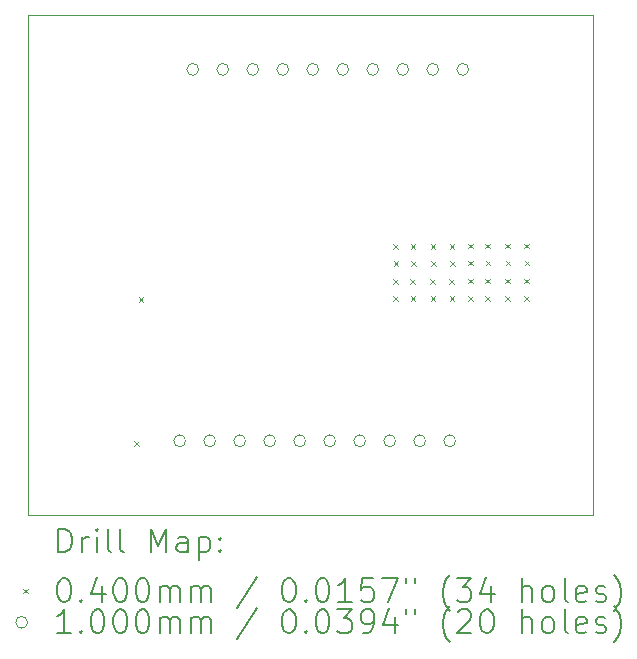
<source format=gbr>
%TF.GenerationSoftware,KiCad,Pcbnew,8.0.2-8.0.2-0~ubuntu20.04.1*%
%TF.CreationDate,2024-06-01T01:08:54-05:00*%
%TF.ProjectId,coral_b2b_breakout,636f7261-6c5f-4623-9262-5f627265616b,rev?*%
%TF.SameCoordinates,Original*%
%TF.FileFunction,Drillmap*%
%TF.FilePolarity,Positive*%
%FSLAX45Y45*%
G04 Gerber Fmt 4.5, Leading zero omitted, Abs format (unit mm)*
G04 Created by KiCad (PCBNEW 8.0.2-8.0.2-0~ubuntu20.04.1) date 2024-06-01 01:08:54*
%MOMM*%
%LPD*%
G01*
G04 APERTURE LIST*
%ADD10C,0.050000*%
%ADD11C,0.200000*%
%ADD12C,0.100000*%
G04 APERTURE END LIST*
D10*
X12875000Y-6247500D02*
X17660000Y-6247500D01*
X17660000Y-10480000D01*
X12875000Y-10480000D01*
X12875000Y-6247500D01*
D11*
D12*
X13775000Y-9855000D02*
X13815000Y-9895000D01*
X13815000Y-9855000D02*
X13775000Y-9895000D01*
X13812500Y-8635000D02*
X13852500Y-8675000D01*
X13852500Y-8635000D02*
X13812500Y-8675000D01*
X15967500Y-8482500D02*
X16007500Y-8522500D01*
X16007500Y-8482500D02*
X15967500Y-8522500D01*
X15970000Y-8185000D02*
X16010000Y-8225000D01*
X16010000Y-8185000D02*
X15970000Y-8225000D01*
X15970000Y-8627500D02*
X16010000Y-8667500D01*
X16010000Y-8627500D02*
X15970000Y-8667500D01*
X15972500Y-8330000D02*
X16012500Y-8370000D01*
X16012500Y-8330000D02*
X15972500Y-8370000D01*
X16112500Y-8482500D02*
X16152500Y-8522500D01*
X16152500Y-8482500D02*
X16112500Y-8522500D01*
X16115000Y-8185000D02*
X16155000Y-8225000D01*
X16155000Y-8185000D02*
X16115000Y-8225000D01*
X16115000Y-8627500D02*
X16155000Y-8667500D01*
X16155000Y-8627500D02*
X16115000Y-8667500D01*
X16117500Y-8330000D02*
X16157500Y-8370000D01*
X16157500Y-8330000D02*
X16117500Y-8370000D01*
X16282500Y-8482500D02*
X16322500Y-8522500D01*
X16322500Y-8482500D02*
X16282500Y-8522500D01*
X16285000Y-8185000D02*
X16325000Y-8225000D01*
X16325000Y-8185000D02*
X16285000Y-8225000D01*
X16285000Y-8627500D02*
X16325000Y-8667500D01*
X16325000Y-8627500D02*
X16285000Y-8667500D01*
X16287500Y-8330000D02*
X16327500Y-8370000D01*
X16327500Y-8330000D02*
X16287500Y-8370000D01*
X16442500Y-8482500D02*
X16482500Y-8522500D01*
X16482500Y-8482500D02*
X16442500Y-8522500D01*
X16445000Y-8185000D02*
X16485000Y-8225000D01*
X16485000Y-8185000D02*
X16445000Y-8225000D01*
X16445000Y-8627500D02*
X16485000Y-8667500D01*
X16485000Y-8627500D02*
X16445000Y-8667500D01*
X16447500Y-8330000D02*
X16487500Y-8370000D01*
X16487500Y-8330000D02*
X16447500Y-8370000D01*
X16600000Y-8477500D02*
X16640000Y-8517500D01*
X16640000Y-8477500D02*
X16600000Y-8517500D01*
X16602500Y-8180000D02*
X16642500Y-8220000D01*
X16642500Y-8180000D02*
X16602500Y-8220000D01*
X16602500Y-8622500D02*
X16642500Y-8662500D01*
X16642500Y-8622500D02*
X16602500Y-8662500D01*
X16605000Y-8325000D02*
X16645000Y-8365000D01*
X16645000Y-8325000D02*
X16605000Y-8365000D01*
X16745000Y-8477500D02*
X16785000Y-8517500D01*
X16785000Y-8477500D02*
X16745000Y-8517500D01*
X16747500Y-8180000D02*
X16787500Y-8220000D01*
X16787500Y-8180000D02*
X16747500Y-8220000D01*
X16747500Y-8622500D02*
X16787500Y-8662500D01*
X16787500Y-8622500D02*
X16747500Y-8662500D01*
X16750000Y-8325000D02*
X16790000Y-8365000D01*
X16790000Y-8325000D02*
X16750000Y-8365000D01*
X16915000Y-8477500D02*
X16955000Y-8517500D01*
X16955000Y-8477500D02*
X16915000Y-8517500D01*
X16917500Y-8180000D02*
X16957500Y-8220000D01*
X16957500Y-8180000D02*
X16917500Y-8220000D01*
X16917500Y-8622500D02*
X16957500Y-8662500D01*
X16957500Y-8622500D02*
X16917500Y-8662500D01*
X16920000Y-8325000D02*
X16960000Y-8365000D01*
X16960000Y-8325000D02*
X16920000Y-8365000D01*
X17075000Y-8477500D02*
X17115000Y-8517500D01*
X17115000Y-8477500D02*
X17075000Y-8517500D01*
X17077500Y-8180000D02*
X17117500Y-8220000D01*
X17117500Y-8180000D02*
X17077500Y-8220000D01*
X17077500Y-8622500D02*
X17117500Y-8662500D01*
X17117500Y-8622500D02*
X17077500Y-8662500D01*
X17080000Y-8325000D02*
X17120000Y-8365000D01*
X17120000Y-8325000D02*
X17080000Y-8365000D01*
X14210000Y-9850000D02*
G75*
G02*
X14110000Y-9850000I-50000J0D01*
G01*
X14110000Y-9850000D02*
G75*
G02*
X14210000Y-9850000I50000J0D01*
G01*
X14321500Y-6705000D02*
G75*
G02*
X14221500Y-6705000I-50000J0D01*
G01*
X14221500Y-6705000D02*
G75*
G02*
X14321500Y-6705000I50000J0D01*
G01*
X14464000Y-9850000D02*
G75*
G02*
X14364000Y-9850000I-50000J0D01*
G01*
X14364000Y-9850000D02*
G75*
G02*
X14464000Y-9850000I50000J0D01*
G01*
X14575500Y-6705000D02*
G75*
G02*
X14475500Y-6705000I-50000J0D01*
G01*
X14475500Y-6705000D02*
G75*
G02*
X14575500Y-6705000I50000J0D01*
G01*
X14718000Y-9850000D02*
G75*
G02*
X14618000Y-9850000I-50000J0D01*
G01*
X14618000Y-9850000D02*
G75*
G02*
X14718000Y-9850000I50000J0D01*
G01*
X14829500Y-6705000D02*
G75*
G02*
X14729500Y-6705000I-50000J0D01*
G01*
X14729500Y-6705000D02*
G75*
G02*
X14829500Y-6705000I50000J0D01*
G01*
X14972000Y-9850000D02*
G75*
G02*
X14872000Y-9850000I-50000J0D01*
G01*
X14872000Y-9850000D02*
G75*
G02*
X14972000Y-9850000I50000J0D01*
G01*
X15083500Y-6705000D02*
G75*
G02*
X14983500Y-6705000I-50000J0D01*
G01*
X14983500Y-6705000D02*
G75*
G02*
X15083500Y-6705000I50000J0D01*
G01*
X15226000Y-9850000D02*
G75*
G02*
X15126000Y-9850000I-50000J0D01*
G01*
X15126000Y-9850000D02*
G75*
G02*
X15226000Y-9850000I50000J0D01*
G01*
X15337500Y-6705000D02*
G75*
G02*
X15237500Y-6705000I-50000J0D01*
G01*
X15237500Y-6705000D02*
G75*
G02*
X15337500Y-6705000I50000J0D01*
G01*
X15480000Y-9850000D02*
G75*
G02*
X15380000Y-9850000I-50000J0D01*
G01*
X15380000Y-9850000D02*
G75*
G02*
X15480000Y-9850000I50000J0D01*
G01*
X15591500Y-6705000D02*
G75*
G02*
X15491500Y-6705000I-50000J0D01*
G01*
X15491500Y-6705000D02*
G75*
G02*
X15591500Y-6705000I50000J0D01*
G01*
X15734000Y-9850000D02*
G75*
G02*
X15634000Y-9850000I-50000J0D01*
G01*
X15634000Y-9850000D02*
G75*
G02*
X15734000Y-9850000I50000J0D01*
G01*
X15845500Y-6705000D02*
G75*
G02*
X15745500Y-6705000I-50000J0D01*
G01*
X15745500Y-6705000D02*
G75*
G02*
X15845500Y-6705000I50000J0D01*
G01*
X15988000Y-9850000D02*
G75*
G02*
X15888000Y-9850000I-50000J0D01*
G01*
X15888000Y-9850000D02*
G75*
G02*
X15988000Y-9850000I50000J0D01*
G01*
X16099500Y-6705000D02*
G75*
G02*
X15999500Y-6705000I-50000J0D01*
G01*
X15999500Y-6705000D02*
G75*
G02*
X16099500Y-6705000I50000J0D01*
G01*
X16242000Y-9850000D02*
G75*
G02*
X16142000Y-9850000I-50000J0D01*
G01*
X16142000Y-9850000D02*
G75*
G02*
X16242000Y-9850000I50000J0D01*
G01*
X16353500Y-6705000D02*
G75*
G02*
X16253500Y-6705000I-50000J0D01*
G01*
X16253500Y-6705000D02*
G75*
G02*
X16353500Y-6705000I50000J0D01*
G01*
X16496000Y-9850000D02*
G75*
G02*
X16396000Y-9850000I-50000J0D01*
G01*
X16396000Y-9850000D02*
G75*
G02*
X16496000Y-9850000I50000J0D01*
G01*
X16607500Y-6705000D02*
G75*
G02*
X16507500Y-6705000I-50000J0D01*
G01*
X16507500Y-6705000D02*
G75*
G02*
X16607500Y-6705000I50000J0D01*
G01*
D11*
X13133277Y-10793984D02*
X13133277Y-10593984D01*
X13133277Y-10593984D02*
X13180896Y-10593984D01*
X13180896Y-10593984D02*
X13209467Y-10603508D01*
X13209467Y-10603508D02*
X13228515Y-10622555D01*
X13228515Y-10622555D02*
X13238039Y-10641603D01*
X13238039Y-10641603D02*
X13247562Y-10679698D01*
X13247562Y-10679698D02*
X13247562Y-10708270D01*
X13247562Y-10708270D02*
X13238039Y-10746365D01*
X13238039Y-10746365D02*
X13228515Y-10765412D01*
X13228515Y-10765412D02*
X13209467Y-10784460D01*
X13209467Y-10784460D02*
X13180896Y-10793984D01*
X13180896Y-10793984D02*
X13133277Y-10793984D01*
X13333277Y-10793984D02*
X13333277Y-10660650D01*
X13333277Y-10698746D02*
X13342801Y-10679698D01*
X13342801Y-10679698D02*
X13352324Y-10670174D01*
X13352324Y-10670174D02*
X13371372Y-10660650D01*
X13371372Y-10660650D02*
X13390420Y-10660650D01*
X13457086Y-10793984D02*
X13457086Y-10660650D01*
X13457086Y-10593984D02*
X13447562Y-10603508D01*
X13447562Y-10603508D02*
X13457086Y-10613031D01*
X13457086Y-10613031D02*
X13466610Y-10603508D01*
X13466610Y-10603508D02*
X13457086Y-10593984D01*
X13457086Y-10593984D02*
X13457086Y-10613031D01*
X13580896Y-10793984D02*
X13561848Y-10784460D01*
X13561848Y-10784460D02*
X13552324Y-10765412D01*
X13552324Y-10765412D02*
X13552324Y-10593984D01*
X13685658Y-10793984D02*
X13666610Y-10784460D01*
X13666610Y-10784460D02*
X13657086Y-10765412D01*
X13657086Y-10765412D02*
X13657086Y-10593984D01*
X13914229Y-10793984D02*
X13914229Y-10593984D01*
X13914229Y-10593984D02*
X13980896Y-10736841D01*
X13980896Y-10736841D02*
X14047562Y-10593984D01*
X14047562Y-10593984D02*
X14047562Y-10793984D01*
X14228515Y-10793984D02*
X14228515Y-10689222D01*
X14228515Y-10689222D02*
X14218991Y-10670174D01*
X14218991Y-10670174D02*
X14199943Y-10660650D01*
X14199943Y-10660650D02*
X14161848Y-10660650D01*
X14161848Y-10660650D02*
X14142801Y-10670174D01*
X14228515Y-10784460D02*
X14209467Y-10793984D01*
X14209467Y-10793984D02*
X14161848Y-10793984D01*
X14161848Y-10793984D02*
X14142801Y-10784460D01*
X14142801Y-10784460D02*
X14133277Y-10765412D01*
X14133277Y-10765412D02*
X14133277Y-10746365D01*
X14133277Y-10746365D02*
X14142801Y-10727317D01*
X14142801Y-10727317D02*
X14161848Y-10717793D01*
X14161848Y-10717793D02*
X14209467Y-10717793D01*
X14209467Y-10717793D02*
X14228515Y-10708270D01*
X14323753Y-10660650D02*
X14323753Y-10860650D01*
X14323753Y-10670174D02*
X14342801Y-10660650D01*
X14342801Y-10660650D02*
X14380896Y-10660650D01*
X14380896Y-10660650D02*
X14399943Y-10670174D01*
X14399943Y-10670174D02*
X14409467Y-10679698D01*
X14409467Y-10679698D02*
X14418991Y-10698746D01*
X14418991Y-10698746D02*
X14418991Y-10755889D01*
X14418991Y-10755889D02*
X14409467Y-10774936D01*
X14409467Y-10774936D02*
X14399943Y-10784460D01*
X14399943Y-10784460D02*
X14380896Y-10793984D01*
X14380896Y-10793984D02*
X14342801Y-10793984D01*
X14342801Y-10793984D02*
X14323753Y-10784460D01*
X14504705Y-10774936D02*
X14514229Y-10784460D01*
X14514229Y-10784460D02*
X14504705Y-10793984D01*
X14504705Y-10793984D02*
X14495182Y-10784460D01*
X14495182Y-10784460D02*
X14504705Y-10774936D01*
X14504705Y-10774936D02*
X14504705Y-10793984D01*
X14504705Y-10670174D02*
X14514229Y-10679698D01*
X14514229Y-10679698D02*
X14504705Y-10689222D01*
X14504705Y-10689222D02*
X14495182Y-10679698D01*
X14495182Y-10679698D02*
X14504705Y-10670174D01*
X14504705Y-10670174D02*
X14504705Y-10689222D01*
D12*
X12832500Y-11102500D02*
X12872500Y-11142500D01*
X12872500Y-11102500D02*
X12832500Y-11142500D01*
D11*
X13171372Y-11013984D02*
X13190420Y-11013984D01*
X13190420Y-11013984D02*
X13209467Y-11023508D01*
X13209467Y-11023508D02*
X13218991Y-11033031D01*
X13218991Y-11033031D02*
X13228515Y-11052079D01*
X13228515Y-11052079D02*
X13238039Y-11090174D01*
X13238039Y-11090174D02*
X13238039Y-11137793D01*
X13238039Y-11137793D02*
X13228515Y-11175889D01*
X13228515Y-11175889D02*
X13218991Y-11194936D01*
X13218991Y-11194936D02*
X13209467Y-11204460D01*
X13209467Y-11204460D02*
X13190420Y-11213984D01*
X13190420Y-11213984D02*
X13171372Y-11213984D01*
X13171372Y-11213984D02*
X13152324Y-11204460D01*
X13152324Y-11204460D02*
X13142801Y-11194936D01*
X13142801Y-11194936D02*
X13133277Y-11175889D01*
X13133277Y-11175889D02*
X13123753Y-11137793D01*
X13123753Y-11137793D02*
X13123753Y-11090174D01*
X13123753Y-11090174D02*
X13133277Y-11052079D01*
X13133277Y-11052079D02*
X13142801Y-11033031D01*
X13142801Y-11033031D02*
X13152324Y-11023508D01*
X13152324Y-11023508D02*
X13171372Y-11013984D01*
X13323753Y-11194936D02*
X13333277Y-11204460D01*
X13333277Y-11204460D02*
X13323753Y-11213984D01*
X13323753Y-11213984D02*
X13314229Y-11204460D01*
X13314229Y-11204460D02*
X13323753Y-11194936D01*
X13323753Y-11194936D02*
X13323753Y-11213984D01*
X13504705Y-11080650D02*
X13504705Y-11213984D01*
X13457086Y-11004460D02*
X13409467Y-11147317D01*
X13409467Y-11147317D02*
X13533277Y-11147317D01*
X13647562Y-11013984D02*
X13666610Y-11013984D01*
X13666610Y-11013984D02*
X13685658Y-11023508D01*
X13685658Y-11023508D02*
X13695182Y-11033031D01*
X13695182Y-11033031D02*
X13704705Y-11052079D01*
X13704705Y-11052079D02*
X13714229Y-11090174D01*
X13714229Y-11090174D02*
X13714229Y-11137793D01*
X13714229Y-11137793D02*
X13704705Y-11175889D01*
X13704705Y-11175889D02*
X13695182Y-11194936D01*
X13695182Y-11194936D02*
X13685658Y-11204460D01*
X13685658Y-11204460D02*
X13666610Y-11213984D01*
X13666610Y-11213984D02*
X13647562Y-11213984D01*
X13647562Y-11213984D02*
X13628515Y-11204460D01*
X13628515Y-11204460D02*
X13618991Y-11194936D01*
X13618991Y-11194936D02*
X13609467Y-11175889D01*
X13609467Y-11175889D02*
X13599943Y-11137793D01*
X13599943Y-11137793D02*
X13599943Y-11090174D01*
X13599943Y-11090174D02*
X13609467Y-11052079D01*
X13609467Y-11052079D02*
X13618991Y-11033031D01*
X13618991Y-11033031D02*
X13628515Y-11023508D01*
X13628515Y-11023508D02*
X13647562Y-11013984D01*
X13838039Y-11013984D02*
X13857086Y-11013984D01*
X13857086Y-11013984D02*
X13876134Y-11023508D01*
X13876134Y-11023508D02*
X13885658Y-11033031D01*
X13885658Y-11033031D02*
X13895182Y-11052079D01*
X13895182Y-11052079D02*
X13904705Y-11090174D01*
X13904705Y-11090174D02*
X13904705Y-11137793D01*
X13904705Y-11137793D02*
X13895182Y-11175889D01*
X13895182Y-11175889D02*
X13885658Y-11194936D01*
X13885658Y-11194936D02*
X13876134Y-11204460D01*
X13876134Y-11204460D02*
X13857086Y-11213984D01*
X13857086Y-11213984D02*
X13838039Y-11213984D01*
X13838039Y-11213984D02*
X13818991Y-11204460D01*
X13818991Y-11204460D02*
X13809467Y-11194936D01*
X13809467Y-11194936D02*
X13799943Y-11175889D01*
X13799943Y-11175889D02*
X13790420Y-11137793D01*
X13790420Y-11137793D02*
X13790420Y-11090174D01*
X13790420Y-11090174D02*
X13799943Y-11052079D01*
X13799943Y-11052079D02*
X13809467Y-11033031D01*
X13809467Y-11033031D02*
X13818991Y-11023508D01*
X13818991Y-11023508D02*
X13838039Y-11013984D01*
X13990420Y-11213984D02*
X13990420Y-11080650D01*
X13990420Y-11099698D02*
X13999943Y-11090174D01*
X13999943Y-11090174D02*
X14018991Y-11080650D01*
X14018991Y-11080650D02*
X14047563Y-11080650D01*
X14047563Y-11080650D02*
X14066610Y-11090174D01*
X14066610Y-11090174D02*
X14076134Y-11109222D01*
X14076134Y-11109222D02*
X14076134Y-11213984D01*
X14076134Y-11109222D02*
X14085658Y-11090174D01*
X14085658Y-11090174D02*
X14104705Y-11080650D01*
X14104705Y-11080650D02*
X14133277Y-11080650D01*
X14133277Y-11080650D02*
X14152324Y-11090174D01*
X14152324Y-11090174D02*
X14161848Y-11109222D01*
X14161848Y-11109222D02*
X14161848Y-11213984D01*
X14257086Y-11213984D02*
X14257086Y-11080650D01*
X14257086Y-11099698D02*
X14266610Y-11090174D01*
X14266610Y-11090174D02*
X14285658Y-11080650D01*
X14285658Y-11080650D02*
X14314229Y-11080650D01*
X14314229Y-11080650D02*
X14333277Y-11090174D01*
X14333277Y-11090174D02*
X14342801Y-11109222D01*
X14342801Y-11109222D02*
X14342801Y-11213984D01*
X14342801Y-11109222D02*
X14352324Y-11090174D01*
X14352324Y-11090174D02*
X14371372Y-11080650D01*
X14371372Y-11080650D02*
X14399943Y-11080650D01*
X14399943Y-11080650D02*
X14418991Y-11090174D01*
X14418991Y-11090174D02*
X14428515Y-11109222D01*
X14428515Y-11109222D02*
X14428515Y-11213984D01*
X14818991Y-11004460D02*
X14647563Y-11261603D01*
X15076134Y-11013984D02*
X15095182Y-11013984D01*
X15095182Y-11013984D02*
X15114229Y-11023508D01*
X15114229Y-11023508D02*
X15123753Y-11033031D01*
X15123753Y-11033031D02*
X15133277Y-11052079D01*
X15133277Y-11052079D02*
X15142801Y-11090174D01*
X15142801Y-11090174D02*
X15142801Y-11137793D01*
X15142801Y-11137793D02*
X15133277Y-11175889D01*
X15133277Y-11175889D02*
X15123753Y-11194936D01*
X15123753Y-11194936D02*
X15114229Y-11204460D01*
X15114229Y-11204460D02*
X15095182Y-11213984D01*
X15095182Y-11213984D02*
X15076134Y-11213984D01*
X15076134Y-11213984D02*
X15057086Y-11204460D01*
X15057086Y-11204460D02*
X15047563Y-11194936D01*
X15047563Y-11194936D02*
X15038039Y-11175889D01*
X15038039Y-11175889D02*
X15028515Y-11137793D01*
X15028515Y-11137793D02*
X15028515Y-11090174D01*
X15028515Y-11090174D02*
X15038039Y-11052079D01*
X15038039Y-11052079D02*
X15047563Y-11033031D01*
X15047563Y-11033031D02*
X15057086Y-11023508D01*
X15057086Y-11023508D02*
X15076134Y-11013984D01*
X15228515Y-11194936D02*
X15238039Y-11204460D01*
X15238039Y-11204460D02*
X15228515Y-11213984D01*
X15228515Y-11213984D02*
X15218991Y-11204460D01*
X15218991Y-11204460D02*
X15228515Y-11194936D01*
X15228515Y-11194936D02*
X15228515Y-11213984D01*
X15361848Y-11013984D02*
X15380896Y-11013984D01*
X15380896Y-11013984D02*
X15399944Y-11023508D01*
X15399944Y-11023508D02*
X15409467Y-11033031D01*
X15409467Y-11033031D02*
X15418991Y-11052079D01*
X15418991Y-11052079D02*
X15428515Y-11090174D01*
X15428515Y-11090174D02*
X15428515Y-11137793D01*
X15428515Y-11137793D02*
X15418991Y-11175889D01*
X15418991Y-11175889D02*
X15409467Y-11194936D01*
X15409467Y-11194936D02*
X15399944Y-11204460D01*
X15399944Y-11204460D02*
X15380896Y-11213984D01*
X15380896Y-11213984D02*
X15361848Y-11213984D01*
X15361848Y-11213984D02*
X15342801Y-11204460D01*
X15342801Y-11204460D02*
X15333277Y-11194936D01*
X15333277Y-11194936D02*
X15323753Y-11175889D01*
X15323753Y-11175889D02*
X15314229Y-11137793D01*
X15314229Y-11137793D02*
X15314229Y-11090174D01*
X15314229Y-11090174D02*
X15323753Y-11052079D01*
X15323753Y-11052079D02*
X15333277Y-11033031D01*
X15333277Y-11033031D02*
X15342801Y-11023508D01*
X15342801Y-11023508D02*
X15361848Y-11013984D01*
X15618991Y-11213984D02*
X15504706Y-11213984D01*
X15561848Y-11213984D02*
X15561848Y-11013984D01*
X15561848Y-11013984D02*
X15542801Y-11042555D01*
X15542801Y-11042555D02*
X15523753Y-11061603D01*
X15523753Y-11061603D02*
X15504706Y-11071127D01*
X15799944Y-11013984D02*
X15704706Y-11013984D01*
X15704706Y-11013984D02*
X15695182Y-11109222D01*
X15695182Y-11109222D02*
X15704706Y-11099698D01*
X15704706Y-11099698D02*
X15723753Y-11090174D01*
X15723753Y-11090174D02*
X15771372Y-11090174D01*
X15771372Y-11090174D02*
X15790420Y-11099698D01*
X15790420Y-11099698D02*
X15799944Y-11109222D01*
X15799944Y-11109222D02*
X15809467Y-11128270D01*
X15809467Y-11128270D02*
X15809467Y-11175889D01*
X15809467Y-11175889D02*
X15799944Y-11194936D01*
X15799944Y-11194936D02*
X15790420Y-11204460D01*
X15790420Y-11204460D02*
X15771372Y-11213984D01*
X15771372Y-11213984D02*
X15723753Y-11213984D01*
X15723753Y-11213984D02*
X15704706Y-11204460D01*
X15704706Y-11204460D02*
X15695182Y-11194936D01*
X15876134Y-11013984D02*
X16009467Y-11013984D01*
X16009467Y-11013984D02*
X15923753Y-11213984D01*
X16076134Y-11013984D02*
X16076134Y-11052079D01*
X16152325Y-11013984D02*
X16152325Y-11052079D01*
X16447563Y-11290174D02*
X16438039Y-11280650D01*
X16438039Y-11280650D02*
X16418991Y-11252079D01*
X16418991Y-11252079D02*
X16409468Y-11233031D01*
X16409468Y-11233031D02*
X16399944Y-11204460D01*
X16399944Y-11204460D02*
X16390420Y-11156841D01*
X16390420Y-11156841D02*
X16390420Y-11118746D01*
X16390420Y-11118746D02*
X16399944Y-11071127D01*
X16399944Y-11071127D02*
X16409468Y-11042555D01*
X16409468Y-11042555D02*
X16418991Y-11023508D01*
X16418991Y-11023508D02*
X16438039Y-10994936D01*
X16438039Y-10994936D02*
X16447563Y-10985412D01*
X16504706Y-11013984D02*
X16628515Y-11013984D01*
X16628515Y-11013984D02*
X16561848Y-11090174D01*
X16561848Y-11090174D02*
X16590420Y-11090174D01*
X16590420Y-11090174D02*
X16609468Y-11099698D01*
X16609468Y-11099698D02*
X16618991Y-11109222D01*
X16618991Y-11109222D02*
X16628515Y-11128270D01*
X16628515Y-11128270D02*
X16628515Y-11175889D01*
X16628515Y-11175889D02*
X16618991Y-11194936D01*
X16618991Y-11194936D02*
X16609468Y-11204460D01*
X16609468Y-11204460D02*
X16590420Y-11213984D01*
X16590420Y-11213984D02*
X16533277Y-11213984D01*
X16533277Y-11213984D02*
X16514229Y-11204460D01*
X16514229Y-11204460D02*
X16504706Y-11194936D01*
X16799944Y-11080650D02*
X16799944Y-11213984D01*
X16752325Y-11004460D02*
X16704706Y-11147317D01*
X16704706Y-11147317D02*
X16828515Y-11147317D01*
X17057087Y-11213984D02*
X17057087Y-11013984D01*
X17142801Y-11213984D02*
X17142801Y-11109222D01*
X17142801Y-11109222D02*
X17133277Y-11090174D01*
X17133277Y-11090174D02*
X17114230Y-11080650D01*
X17114230Y-11080650D02*
X17085658Y-11080650D01*
X17085658Y-11080650D02*
X17066611Y-11090174D01*
X17066611Y-11090174D02*
X17057087Y-11099698D01*
X17266611Y-11213984D02*
X17247563Y-11204460D01*
X17247563Y-11204460D02*
X17238039Y-11194936D01*
X17238039Y-11194936D02*
X17228515Y-11175889D01*
X17228515Y-11175889D02*
X17228515Y-11118746D01*
X17228515Y-11118746D02*
X17238039Y-11099698D01*
X17238039Y-11099698D02*
X17247563Y-11090174D01*
X17247563Y-11090174D02*
X17266611Y-11080650D01*
X17266611Y-11080650D02*
X17295182Y-11080650D01*
X17295182Y-11080650D02*
X17314230Y-11090174D01*
X17314230Y-11090174D02*
X17323753Y-11099698D01*
X17323753Y-11099698D02*
X17333277Y-11118746D01*
X17333277Y-11118746D02*
X17333277Y-11175889D01*
X17333277Y-11175889D02*
X17323753Y-11194936D01*
X17323753Y-11194936D02*
X17314230Y-11204460D01*
X17314230Y-11204460D02*
X17295182Y-11213984D01*
X17295182Y-11213984D02*
X17266611Y-11213984D01*
X17447563Y-11213984D02*
X17428515Y-11204460D01*
X17428515Y-11204460D02*
X17418992Y-11185412D01*
X17418992Y-11185412D02*
X17418992Y-11013984D01*
X17599944Y-11204460D02*
X17580896Y-11213984D01*
X17580896Y-11213984D02*
X17542801Y-11213984D01*
X17542801Y-11213984D02*
X17523753Y-11204460D01*
X17523753Y-11204460D02*
X17514230Y-11185412D01*
X17514230Y-11185412D02*
X17514230Y-11109222D01*
X17514230Y-11109222D02*
X17523753Y-11090174D01*
X17523753Y-11090174D02*
X17542801Y-11080650D01*
X17542801Y-11080650D02*
X17580896Y-11080650D01*
X17580896Y-11080650D02*
X17599944Y-11090174D01*
X17599944Y-11090174D02*
X17609468Y-11109222D01*
X17609468Y-11109222D02*
X17609468Y-11128270D01*
X17609468Y-11128270D02*
X17514230Y-11147317D01*
X17685658Y-11204460D02*
X17704706Y-11213984D01*
X17704706Y-11213984D02*
X17742801Y-11213984D01*
X17742801Y-11213984D02*
X17761849Y-11204460D01*
X17761849Y-11204460D02*
X17771373Y-11185412D01*
X17771373Y-11185412D02*
X17771373Y-11175889D01*
X17771373Y-11175889D02*
X17761849Y-11156841D01*
X17761849Y-11156841D02*
X17742801Y-11147317D01*
X17742801Y-11147317D02*
X17714230Y-11147317D01*
X17714230Y-11147317D02*
X17695182Y-11137793D01*
X17695182Y-11137793D02*
X17685658Y-11118746D01*
X17685658Y-11118746D02*
X17685658Y-11109222D01*
X17685658Y-11109222D02*
X17695182Y-11090174D01*
X17695182Y-11090174D02*
X17714230Y-11080650D01*
X17714230Y-11080650D02*
X17742801Y-11080650D01*
X17742801Y-11080650D02*
X17761849Y-11090174D01*
X17838039Y-11290174D02*
X17847563Y-11280650D01*
X17847563Y-11280650D02*
X17866611Y-11252079D01*
X17866611Y-11252079D02*
X17876134Y-11233031D01*
X17876134Y-11233031D02*
X17885658Y-11204460D01*
X17885658Y-11204460D02*
X17895182Y-11156841D01*
X17895182Y-11156841D02*
X17895182Y-11118746D01*
X17895182Y-11118746D02*
X17885658Y-11071127D01*
X17885658Y-11071127D02*
X17876134Y-11042555D01*
X17876134Y-11042555D02*
X17866611Y-11023508D01*
X17866611Y-11023508D02*
X17847563Y-10994936D01*
X17847563Y-10994936D02*
X17838039Y-10985412D01*
D12*
X12872500Y-11386500D02*
G75*
G02*
X12772500Y-11386500I-50000J0D01*
G01*
X12772500Y-11386500D02*
G75*
G02*
X12872500Y-11386500I50000J0D01*
G01*
D11*
X13238039Y-11477984D02*
X13123753Y-11477984D01*
X13180896Y-11477984D02*
X13180896Y-11277984D01*
X13180896Y-11277984D02*
X13161848Y-11306555D01*
X13161848Y-11306555D02*
X13142801Y-11325603D01*
X13142801Y-11325603D02*
X13123753Y-11335127D01*
X13323753Y-11458936D02*
X13333277Y-11468460D01*
X13333277Y-11468460D02*
X13323753Y-11477984D01*
X13323753Y-11477984D02*
X13314229Y-11468460D01*
X13314229Y-11468460D02*
X13323753Y-11458936D01*
X13323753Y-11458936D02*
X13323753Y-11477984D01*
X13457086Y-11277984D02*
X13476134Y-11277984D01*
X13476134Y-11277984D02*
X13495182Y-11287508D01*
X13495182Y-11287508D02*
X13504705Y-11297031D01*
X13504705Y-11297031D02*
X13514229Y-11316079D01*
X13514229Y-11316079D02*
X13523753Y-11354174D01*
X13523753Y-11354174D02*
X13523753Y-11401793D01*
X13523753Y-11401793D02*
X13514229Y-11439888D01*
X13514229Y-11439888D02*
X13504705Y-11458936D01*
X13504705Y-11458936D02*
X13495182Y-11468460D01*
X13495182Y-11468460D02*
X13476134Y-11477984D01*
X13476134Y-11477984D02*
X13457086Y-11477984D01*
X13457086Y-11477984D02*
X13438039Y-11468460D01*
X13438039Y-11468460D02*
X13428515Y-11458936D01*
X13428515Y-11458936D02*
X13418991Y-11439888D01*
X13418991Y-11439888D02*
X13409467Y-11401793D01*
X13409467Y-11401793D02*
X13409467Y-11354174D01*
X13409467Y-11354174D02*
X13418991Y-11316079D01*
X13418991Y-11316079D02*
X13428515Y-11297031D01*
X13428515Y-11297031D02*
X13438039Y-11287508D01*
X13438039Y-11287508D02*
X13457086Y-11277984D01*
X13647562Y-11277984D02*
X13666610Y-11277984D01*
X13666610Y-11277984D02*
X13685658Y-11287508D01*
X13685658Y-11287508D02*
X13695182Y-11297031D01*
X13695182Y-11297031D02*
X13704705Y-11316079D01*
X13704705Y-11316079D02*
X13714229Y-11354174D01*
X13714229Y-11354174D02*
X13714229Y-11401793D01*
X13714229Y-11401793D02*
X13704705Y-11439888D01*
X13704705Y-11439888D02*
X13695182Y-11458936D01*
X13695182Y-11458936D02*
X13685658Y-11468460D01*
X13685658Y-11468460D02*
X13666610Y-11477984D01*
X13666610Y-11477984D02*
X13647562Y-11477984D01*
X13647562Y-11477984D02*
X13628515Y-11468460D01*
X13628515Y-11468460D02*
X13618991Y-11458936D01*
X13618991Y-11458936D02*
X13609467Y-11439888D01*
X13609467Y-11439888D02*
X13599943Y-11401793D01*
X13599943Y-11401793D02*
X13599943Y-11354174D01*
X13599943Y-11354174D02*
X13609467Y-11316079D01*
X13609467Y-11316079D02*
X13618991Y-11297031D01*
X13618991Y-11297031D02*
X13628515Y-11287508D01*
X13628515Y-11287508D02*
X13647562Y-11277984D01*
X13838039Y-11277984D02*
X13857086Y-11277984D01*
X13857086Y-11277984D02*
X13876134Y-11287508D01*
X13876134Y-11287508D02*
X13885658Y-11297031D01*
X13885658Y-11297031D02*
X13895182Y-11316079D01*
X13895182Y-11316079D02*
X13904705Y-11354174D01*
X13904705Y-11354174D02*
X13904705Y-11401793D01*
X13904705Y-11401793D02*
X13895182Y-11439888D01*
X13895182Y-11439888D02*
X13885658Y-11458936D01*
X13885658Y-11458936D02*
X13876134Y-11468460D01*
X13876134Y-11468460D02*
X13857086Y-11477984D01*
X13857086Y-11477984D02*
X13838039Y-11477984D01*
X13838039Y-11477984D02*
X13818991Y-11468460D01*
X13818991Y-11468460D02*
X13809467Y-11458936D01*
X13809467Y-11458936D02*
X13799943Y-11439888D01*
X13799943Y-11439888D02*
X13790420Y-11401793D01*
X13790420Y-11401793D02*
X13790420Y-11354174D01*
X13790420Y-11354174D02*
X13799943Y-11316079D01*
X13799943Y-11316079D02*
X13809467Y-11297031D01*
X13809467Y-11297031D02*
X13818991Y-11287508D01*
X13818991Y-11287508D02*
X13838039Y-11277984D01*
X13990420Y-11477984D02*
X13990420Y-11344650D01*
X13990420Y-11363698D02*
X13999943Y-11354174D01*
X13999943Y-11354174D02*
X14018991Y-11344650D01*
X14018991Y-11344650D02*
X14047563Y-11344650D01*
X14047563Y-11344650D02*
X14066610Y-11354174D01*
X14066610Y-11354174D02*
X14076134Y-11373222D01*
X14076134Y-11373222D02*
X14076134Y-11477984D01*
X14076134Y-11373222D02*
X14085658Y-11354174D01*
X14085658Y-11354174D02*
X14104705Y-11344650D01*
X14104705Y-11344650D02*
X14133277Y-11344650D01*
X14133277Y-11344650D02*
X14152324Y-11354174D01*
X14152324Y-11354174D02*
X14161848Y-11373222D01*
X14161848Y-11373222D02*
X14161848Y-11477984D01*
X14257086Y-11477984D02*
X14257086Y-11344650D01*
X14257086Y-11363698D02*
X14266610Y-11354174D01*
X14266610Y-11354174D02*
X14285658Y-11344650D01*
X14285658Y-11344650D02*
X14314229Y-11344650D01*
X14314229Y-11344650D02*
X14333277Y-11354174D01*
X14333277Y-11354174D02*
X14342801Y-11373222D01*
X14342801Y-11373222D02*
X14342801Y-11477984D01*
X14342801Y-11373222D02*
X14352324Y-11354174D01*
X14352324Y-11354174D02*
X14371372Y-11344650D01*
X14371372Y-11344650D02*
X14399943Y-11344650D01*
X14399943Y-11344650D02*
X14418991Y-11354174D01*
X14418991Y-11354174D02*
X14428515Y-11373222D01*
X14428515Y-11373222D02*
X14428515Y-11477984D01*
X14818991Y-11268460D02*
X14647563Y-11525603D01*
X15076134Y-11277984D02*
X15095182Y-11277984D01*
X15095182Y-11277984D02*
X15114229Y-11287508D01*
X15114229Y-11287508D02*
X15123753Y-11297031D01*
X15123753Y-11297031D02*
X15133277Y-11316079D01*
X15133277Y-11316079D02*
X15142801Y-11354174D01*
X15142801Y-11354174D02*
X15142801Y-11401793D01*
X15142801Y-11401793D02*
X15133277Y-11439888D01*
X15133277Y-11439888D02*
X15123753Y-11458936D01*
X15123753Y-11458936D02*
X15114229Y-11468460D01*
X15114229Y-11468460D02*
X15095182Y-11477984D01*
X15095182Y-11477984D02*
X15076134Y-11477984D01*
X15076134Y-11477984D02*
X15057086Y-11468460D01*
X15057086Y-11468460D02*
X15047563Y-11458936D01*
X15047563Y-11458936D02*
X15038039Y-11439888D01*
X15038039Y-11439888D02*
X15028515Y-11401793D01*
X15028515Y-11401793D02*
X15028515Y-11354174D01*
X15028515Y-11354174D02*
X15038039Y-11316079D01*
X15038039Y-11316079D02*
X15047563Y-11297031D01*
X15047563Y-11297031D02*
X15057086Y-11287508D01*
X15057086Y-11287508D02*
X15076134Y-11277984D01*
X15228515Y-11458936D02*
X15238039Y-11468460D01*
X15238039Y-11468460D02*
X15228515Y-11477984D01*
X15228515Y-11477984D02*
X15218991Y-11468460D01*
X15218991Y-11468460D02*
X15228515Y-11458936D01*
X15228515Y-11458936D02*
X15228515Y-11477984D01*
X15361848Y-11277984D02*
X15380896Y-11277984D01*
X15380896Y-11277984D02*
X15399944Y-11287508D01*
X15399944Y-11287508D02*
X15409467Y-11297031D01*
X15409467Y-11297031D02*
X15418991Y-11316079D01*
X15418991Y-11316079D02*
X15428515Y-11354174D01*
X15428515Y-11354174D02*
X15428515Y-11401793D01*
X15428515Y-11401793D02*
X15418991Y-11439888D01*
X15418991Y-11439888D02*
X15409467Y-11458936D01*
X15409467Y-11458936D02*
X15399944Y-11468460D01*
X15399944Y-11468460D02*
X15380896Y-11477984D01*
X15380896Y-11477984D02*
X15361848Y-11477984D01*
X15361848Y-11477984D02*
X15342801Y-11468460D01*
X15342801Y-11468460D02*
X15333277Y-11458936D01*
X15333277Y-11458936D02*
X15323753Y-11439888D01*
X15323753Y-11439888D02*
X15314229Y-11401793D01*
X15314229Y-11401793D02*
X15314229Y-11354174D01*
X15314229Y-11354174D02*
X15323753Y-11316079D01*
X15323753Y-11316079D02*
X15333277Y-11297031D01*
X15333277Y-11297031D02*
X15342801Y-11287508D01*
X15342801Y-11287508D02*
X15361848Y-11277984D01*
X15495182Y-11277984D02*
X15618991Y-11277984D01*
X15618991Y-11277984D02*
X15552325Y-11354174D01*
X15552325Y-11354174D02*
X15580896Y-11354174D01*
X15580896Y-11354174D02*
X15599944Y-11363698D01*
X15599944Y-11363698D02*
X15609467Y-11373222D01*
X15609467Y-11373222D02*
X15618991Y-11392269D01*
X15618991Y-11392269D02*
X15618991Y-11439888D01*
X15618991Y-11439888D02*
X15609467Y-11458936D01*
X15609467Y-11458936D02*
X15599944Y-11468460D01*
X15599944Y-11468460D02*
X15580896Y-11477984D01*
X15580896Y-11477984D02*
X15523753Y-11477984D01*
X15523753Y-11477984D02*
X15504706Y-11468460D01*
X15504706Y-11468460D02*
X15495182Y-11458936D01*
X15714229Y-11477984D02*
X15752325Y-11477984D01*
X15752325Y-11477984D02*
X15771372Y-11468460D01*
X15771372Y-11468460D02*
X15780896Y-11458936D01*
X15780896Y-11458936D02*
X15799944Y-11430365D01*
X15799944Y-11430365D02*
X15809467Y-11392269D01*
X15809467Y-11392269D02*
X15809467Y-11316079D01*
X15809467Y-11316079D02*
X15799944Y-11297031D01*
X15799944Y-11297031D02*
X15790420Y-11287508D01*
X15790420Y-11287508D02*
X15771372Y-11277984D01*
X15771372Y-11277984D02*
X15733277Y-11277984D01*
X15733277Y-11277984D02*
X15714229Y-11287508D01*
X15714229Y-11287508D02*
X15704706Y-11297031D01*
X15704706Y-11297031D02*
X15695182Y-11316079D01*
X15695182Y-11316079D02*
X15695182Y-11363698D01*
X15695182Y-11363698D02*
X15704706Y-11382746D01*
X15704706Y-11382746D02*
X15714229Y-11392269D01*
X15714229Y-11392269D02*
X15733277Y-11401793D01*
X15733277Y-11401793D02*
X15771372Y-11401793D01*
X15771372Y-11401793D02*
X15790420Y-11392269D01*
X15790420Y-11392269D02*
X15799944Y-11382746D01*
X15799944Y-11382746D02*
X15809467Y-11363698D01*
X15980896Y-11344650D02*
X15980896Y-11477984D01*
X15933277Y-11268460D02*
X15885658Y-11411317D01*
X15885658Y-11411317D02*
X16009467Y-11411317D01*
X16076134Y-11277984D02*
X16076134Y-11316079D01*
X16152325Y-11277984D02*
X16152325Y-11316079D01*
X16447563Y-11554174D02*
X16438039Y-11544650D01*
X16438039Y-11544650D02*
X16418991Y-11516079D01*
X16418991Y-11516079D02*
X16409468Y-11497031D01*
X16409468Y-11497031D02*
X16399944Y-11468460D01*
X16399944Y-11468460D02*
X16390420Y-11420841D01*
X16390420Y-11420841D02*
X16390420Y-11382746D01*
X16390420Y-11382746D02*
X16399944Y-11335127D01*
X16399944Y-11335127D02*
X16409468Y-11306555D01*
X16409468Y-11306555D02*
X16418991Y-11287508D01*
X16418991Y-11287508D02*
X16438039Y-11258936D01*
X16438039Y-11258936D02*
X16447563Y-11249412D01*
X16514229Y-11297031D02*
X16523753Y-11287508D01*
X16523753Y-11287508D02*
X16542801Y-11277984D01*
X16542801Y-11277984D02*
X16590420Y-11277984D01*
X16590420Y-11277984D02*
X16609468Y-11287508D01*
X16609468Y-11287508D02*
X16618991Y-11297031D01*
X16618991Y-11297031D02*
X16628515Y-11316079D01*
X16628515Y-11316079D02*
X16628515Y-11335127D01*
X16628515Y-11335127D02*
X16618991Y-11363698D01*
X16618991Y-11363698D02*
X16504706Y-11477984D01*
X16504706Y-11477984D02*
X16628515Y-11477984D01*
X16752325Y-11277984D02*
X16771372Y-11277984D01*
X16771372Y-11277984D02*
X16790420Y-11287508D01*
X16790420Y-11287508D02*
X16799944Y-11297031D01*
X16799944Y-11297031D02*
X16809468Y-11316079D01*
X16809468Y-11316079D02*
X16818991Y-11354174D01*
X16818991Y-11354174D02*
X16818991Y-11401793D01*
X16818991Y-11401793D02*
X16809468Y-11439888D01*
X16809468Y-11439888D02*
X16799944Y-11458936D01*
X16799944Y-11458936D02*
X16790420Y-11468460D01*
X16790420Y-11468460D02*
X16771372Y-11477984D01*
X16771372Y-11477984D02*
X16752325Y-11477984D01*
X16752325Y-11477984D02*
X16733277Y-11468460D01*
X16733277Y-11468460D02*
X16723753Y-11458936D01*
X16723753Y-11458936D02*
X16714229Y-11439888D01*
X16714229Y-11439888D02*
X16704706Y-11401793D01*
X16704706Y-11401793D02*
X16704706Y-11354174D01*
X16704706Y-11354174D02*
X16714229Y-11316079D01*
X16714229Y-11316079D02*
X16723753Y-11297031D01*
X16723753Y-11297031D02*
X16733277Y-11287508D01*
X16733277Y-11287508D02*
X16752325Y-11277984D01*
X17057087Y-11477984D02*
X17057087Y-11277984D01*
X17142801Y-11477984D02*
X17142801Y-11373222D01*
X17142801Y-11373222D02*
X17133277Y-11354174D01*
X17133277Y-11354174D02*
X17114230Y-11344650D01*
X17114230Y-11344650D02*
X17085658Y-11344650D01*
X17085658Y-11344650D02*
X17066611Y-11354174D01*
X17066611Y-11354174D02*
X17057087Y-11363698D01*
X17266611Y-11477984D02*
X17247563Y-11468460D01*
X17247563Y-11468460D02*
X17238039Y-11458936D01*
X17238039Y-11458936D02*
X17228515Y-11439888D01*
X17228515Y-11439888D02*
X17228515Y-11382746D01*
X17228515Y-11382746D02*
X17238039Y-11363698D01*
X17238039Y-11363698D02*
X17247563Y-11354174D01*
X17247563Y-11354174D02*
X17266611Y-11344650D01*
X17266611Y-11344650D02*
X17295182Y-11344650D01*
X17295182Y-11344650D02*
X17314230Y-11354174D01*
X17314230Y-11354174D02*
X17323753Y-11363698D01*
X17323753Y-11363698D02*
X17333277Y-11382746D01*
X17333277Y-11382746D02*
X17333277Y-11439888D01*
X17333277Y-11439888D02*
X17323753Y-11458936D01*
X17323753Y-11458936D02*
X17314230Y-11468460D01*
X17314230Y-11468460D02*
X17295182Y-11477984D01*
X17295182Y-11477984D02*
X17266611Y-11477984D01*
X17447563Y-11477984D02*
X17428515Y-11468460D01*
X17428515Y-11468460D02*
X17418992Y-11449412D01*
X17418992Y-11449412D02*
X17418992Y-11277984D01*
X17599944Y-11468460D02*
X17580896Y-11477984D01*
X17580896Y-11477984D02*
X17542801Y-11477984D01*
X17542801Y-11477984D02*
X17523753Y-11468460D01*
X17523753Y-11468460D02*
X17514230Y-11449412D01*
X17514230Y-11449412D02*
X17514230Y-11373222D01*
X17514230Y-11373222D02*
X17523753Y-11354174D01*
X17523753Y-11354174D02*
X17542801Y-11344650D01*
X17542801Y-11344650D02*
X17580896Y-11344650D01*
X17580896Y-11344650D02*
X17599944Y-11354174D01*
X17599944Y-11354174D02*
X17609468Y-11373222D01*
X17609468Y-11373222D02*
X17609468Y-11392269D01*
X17609468Y-11392269D02*
X17514230Y-11411317D01*
X17685658Y-11468460D02*
X17704706Y-11477984D01*
X17704706Y-11477984D02*
X17742801Y-11477984D01*
X17742801Y-11477984D02*
X17761849Y-11468460D01*
X17761849Y-11468460D02*
X17771373Y-11449412D01*
X17771373Y-11449412D02*
X17771373Y-11439888D01*
X17771373Y-11439888D02*
X17761849Y-11420841D01*
X17761849Y-11420841D02*
X17742801Y-11411317D01*
X17742801Y-11411317D02*
X17714230Y-11411317D01*
X17714230Y-11411317D02*
X17695182Y-11401793D01*
X17695182Y-11401793D02*
X17685658Y-11382746D01*
X17685658Y-11382746D02*
X17685658Y-11373222D01*
X17685658Y-11373222D02*
X17695182Y-11354174D01*
X17695182Y-11354174D02*
X17714230Y-11344650D01*
X17714230Y-11344650D02*
X17742801Y-11344650D01*
X17742801Y-11344650D02*
X17761849Y-11354174D01*
X17838039Y-11554174D02*
X17847563Y-11544650D01*
X17847563Y-11544650D02*
X17866611Y-11516079D01*
X17866611Y-11516079D02*
X17876134Y-11497031D01*
X17876134Y-11497031D02*
X17885658Y-11468460D01*
X17885658Y-11468460D02*
X17895182Y-11420841D01*
X17895182Y-11420841D02*
X17895182Y-11382746D01*
X17895182Y-11382746D02*
X17885658Y-11335127D01*
X17885658Y-11335127D02*
X17876134Y-11306555D01*
X17876134Y-11306555D02*
X17866611Y-11287508D01*
X17866611Y-11287508D02*
X17847563Y-11258936D01*
X17847563Y-11258936D02*
X17838039Y-11249412D01*
M02*

</source>
